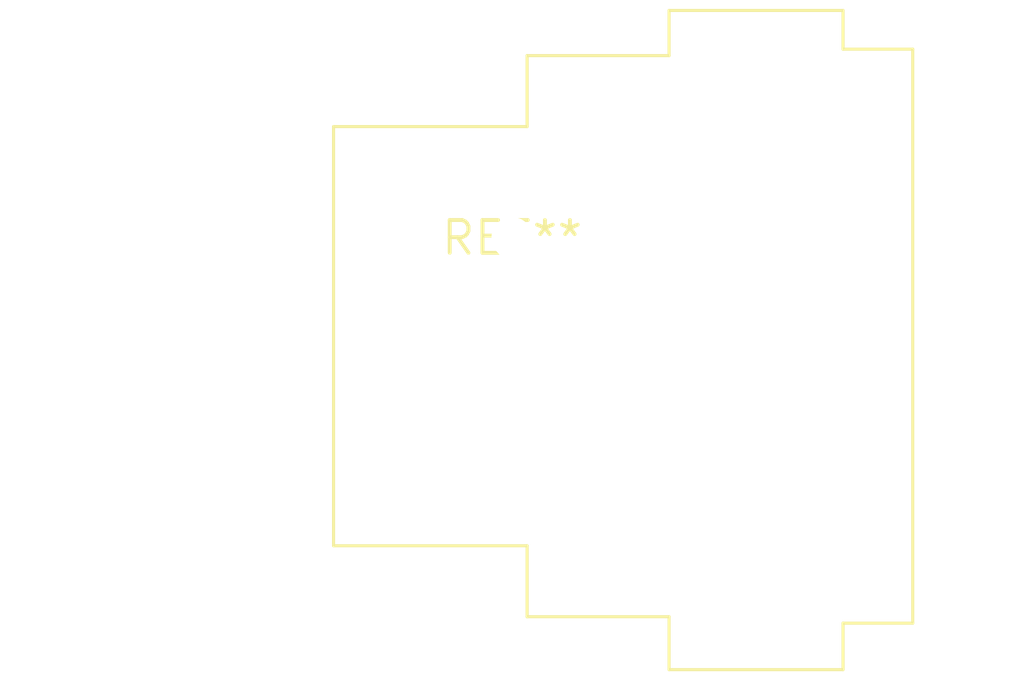
<source format=kicad_pcb>
(kicad_pcb (version 20240108) (generator pcbnew)
  (layers (0 "F.Cu" signal) (31 "B.Cu" signal) (34 "B.Paste" user) (35 "F.Paste" user) (36 "B.SilkS" user "B.Silkscreen") (37 "F.SilkS" user "F.Silkscreen") (38 "B.Mask" user) (39 "F.Mask" user) (44 "Edge.Cuts" user))
  (net 0 "")
  (footprint "Jack_XLR_Neutrik_NC3FBH1-E_Horizontal" (layer "F.Cu") (at 0 0)
    (property "Reference" "REF**")
    (property "Value" "Jack_XLR_Neutrik_NC3FBH1-E_Horizontal")
    (fp_line (start -6.92 -4.31) (end -6.92 11.93) (layer "F.SilkS") (stroke (width 0.12)))
    (fp_line (start 0.58 -7.06) (end 0.58 -4.31) (layer "F.SilkS") (stroke (width 0.12)))
    (fp_line (start 0.58 -4.31) (end -6.92 -4.31) (layer "F.SilkS") (stroke (width 0.12)))
    (fp_line (start 0.58 11.93) (end -6.92 11.93) (layer "F.SilkS") (stroke (width 0.12)))
    (fp_line (start 0.58 11.93) (end 0.58 14.68) (layer "F.SilkS") (stroke (width 0.12)))
    (fp_line (start 6.08 -7.06) (end 0.58 -7.06) (layer "F.SilkS") (stroke (width 0.12)))
    (fp_line (start 6.08 -7.06) (end 6.08 -8.81) (layer "F.SilkS") (stroke (width 0.12)))
    (fp_line (start 6.08 14.68) (end 0.58 14.68) (layer "F.SilkS") (stroke (width 0.12)))
    (fp_line (start 6.08 16.73) (end 6.08 14.68) (layer "F.SilkS") (stroke (width 0.12)))
    (fp_line (start 12.82 -8.81) (end 6.08 -8.81) (layer "F.SilkS") (stroke (width 0.12)))
    (fp_line (start 12.82 -8.81) (end 12.82 -7.31) (layer "F.SilkS") (stroke (width 0.12)))
    (fp_line (start 12.82 -7.31) (end 15.52 -7.31) (layer "F.SilkS") (stroke (width 0.12)))
    (fp_line (start 12.82 14.93) (end 12.82 16.73) (layer "F.SilkS") (stroke (width 0.12)))
    (fp_line (start 12.82 14.93) (end 15.52 14.93) (layer "F.SilkS") (stroke (width 0.12)))
    (fp_line (start 12.82 16.73) (end 6.08 16.73) (layer "F.SilkS") (stroke (width 0.12)))
    (fp_line (start 15.52 -7.31) (end 15.52 14.93) (layer "F.SilkS") (stroke (width 0.12)))
    (pad "" np_thru_hole circle (at 3.81 7.62) (size 1.6 1.6) (drill 1.6) (layers *.Cu *.Mask))
    (pad "" np_thru_hole circle (at 8.89 0) (size 1.6 1.6) (drill 1.6) (layers *.Cu *.Mask))
    (pad "1" thru_hole circle (at 0 0) (size 3.4 3.4) (drill 1.6) (layers *.Cu *.Mask) (remove_unused_layers))
    (pad "2" thru_hole circle (at -0.635 7.62) (size 3.4 3.4) (drill 1.6) (layers *.Cu *.Mask) (remove_unused_layers))
    (pad "3" thru_hole circle (at -4.45 3.81) (size 2.9 2.9) (drill 1.2) (layers *.Cu *.Mask) (remove_unused_layers))
  )
)
</source>
